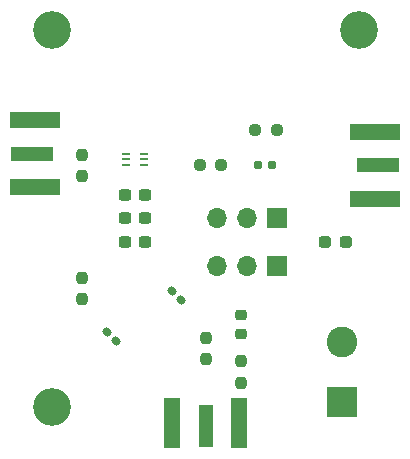
<source format=gbr>
%TF.GenerationSoftware,KiCad,Pcbnew,8.0.2*%
%TF.CreationDate,2025-01-11T01:27:02-03:00*%
%TF.ProjectId,LMH34400,4c4d4833-3434-4303-902e-6b696361645f,rev?*%
%TF.SameCoordinates,Original*%
%TF.FileFunction,Soldermask,Top*%
%TF.FilePolarity,Negative*%
%FSLAX46Y46*%
G04 Gerber Fmt 4.6, Leading zero omitted, Abs format (unit mm)*
G04 Created by KiCad (PCBNEW 8.0.2) date 2025-01-11 01:27:02*
%MOMM*%
%LPD*%
G01*
G04 APERTURE LIST*
G04 Aperture macros list*
%AMRoundRect*
0 Rectangle with rounded corners*
0 $1 Rounding radius*
0 $2 $3 $4 $5 $6 $7 $8 $9 X,Y pos of 4 corners*
0 Add a 4 corners polygon primitive as box body*
4,1,4,$2,$3,$4,$5,$6,$7,$8,$9,$2,$3,0*
0 Add four circle primitives for the rounded corners*
1,1,$1+$1,$2,$3*
1,1,$1+$1,$4,$5*
1,1,$1+$1,$6,$7*
1,1,$1+$1,$8,$9*
0 Add four rect primitives between the rounded corners*
20,1,$1+$1,$2,$3,$4,$5,0*
20,1,$1+$1,$4,$5,$6,$7,0*
20,1,$1+$1,$6,$7,$8,$9,0*
20,1,$1+$1,$8,$9,$2,$3,0*%
G04 Aperture macros list end*
%ADD10RoundRect,0.237500X0.237500X-0.250000X0.237500X0.250000X-0.237500X0.250000X-0.237500X-0.250000X0*%
%ADD11R,2.600000X2.600000*%
%ADD12C,2.600000*%
%ADD13RoundRect,0.237500X0.287500X0.237500X-0.287500X0.237500X-0.287500X-0.237500X0.287500X-0.237500X0*%
%ADD14R,1.700000X1.700000*%
%ADD15O,1.700000X1.700000*%
%ADD16C,3.200000*%
%ADD17R,0.706399X0.229400*%
%ADD18RoundRect,0.237500X-0.250000X-0.237500X0.250000X-0.237500X0.250000X0.237500X-0.250000X0.237500X0*%
%ADD19RoundRect,0.155000X0.259862X-0.040659X-0.040659X0.259862X-0.259862X0.040659X0.040659X-0.259862X0*%
%ADD20RoundRect,0.237500X-0.300000X-0.237500X0.300000X-0.237500X0.300000X0.237500X-0.300000X0.237500X0*%
%ADD21RoundRect,0.218750X0.256250X-0.218750X0.256250X0.218750X-0.256250X0.218750X-0.256250X-0.218750X0*%
%ADD22R,3.600000X1.270000*%
%ADD23R,4.200000X1.350000*%
%ADD24RoundRect,0.155000X-0.212500X-0.155000X0.212500X-0.155000X0.212500X0.155000X-0.212500X0.155000X0*%
%ADD25R,1.270000X3.600000*%
%ADD26R,1.350000X4.200000*%
%ADD27RoundRect,0.237500X-0.237500X0.250000X-0.237500X-0.250000X0.237500X-0.250000X0.237500X0.250000X0*%
G04 APERTURE END LIST*
D10*
%TO.C,JP1*%
X113500000Y-69412500D03*
X113500000Y-67587500D03*
%TD*%
D11*
%TO.C,J3*%
X135500000Y-88500000D03*
D12*
X135500000Y-83500000D03*
%TD*%
D10*
%TO.C,R1*%
X124000000Y-84912500D03*
X124000000Y-83087500D03*
%TD*%
D13*
%TO.C,L1*%
X135875000Y-75000000D03*
X134125000Y-75000000D03*
%TD*%
D14*
%TO.C,J5*%
X130000000Y-73000000D03*
D15*
X127460000Y-73000000D03*
X124920000Y-73000000D03*
%TD*%
D16*
%TO.C,H2*%
X137000000Y-57000000D03*
%TD*%
D17*
%TO.C,U1*%
X117202300Y-67500001D03*
X117202300Y-68000000D03*
X117202300Y-68499999D03*
X118797700Y-68499999D03*
X118797700Y-68000000D03*
X118797700Y-67500001D03*
%TD*%
D14*
%TO.C,J4*%
X130000000Y-77000000D03*
D15*
X127460000Y-77000000D03*
X124920000Y-77000000D03*
%TD*%
D18*
%TO.C,R4*%
X123487500Y-68500000D03*
X125312500Y-68500000D03*
%TD*%
D19*
%TO.C,C1*%
X121901283Y-79901283D03*
X121098717Y-79098717D03*
%TD*%
D20*
%TO.C,C4*%
X117137500Y-73000000D03*
X118862500Y-73000000D03*
%TD*%
%TO.C,C3*%
X117137500Y-75000000D03*
X118862500Y-75000000D03*
%TD*%
D18*
%TO.C,R5*%
X128175000Y-65500000D03*
X130000000Y-65500000D03*
%TD*%
D16*
%TO.C,H1*%
X111000000Y-57000000D03*
%TD*%
D21*
%TO.C,D1*%
X127000000Y-82787500D03*
X127000000Y-81212500D03*
%TD*%
D22*
%TO.C,J2*%
X109300000Y-67500000D03*
D23*
X109500000Y-64675000D03*
X109500000Y-70325000D03*
%TD*%
D24*
%TO.C,C6*%
X128432500Y-68500000D03*
X129567500Y-68500000D03*
%TD*%
D22*
%TO.C,J6*%
X138537500Y-68500000D03*
D23*
X138337500Y-71325000D03*
X138337500Y-65675000D03*
%TD*%
D20*
%TO.C,C5*%
X117137500Y-71000000D03*
X118862500Y-71000000D03*
%TD*%
D19*
%TO.C,C2*%
X116401283Y-83401283D03*
X115598717Y-82598717D03*
%TD*%
D10*
%TO.C,R2*%
X113500000Y-79825000D03*
X113500000Y-78000000D03*
%TD*%
D16*
%TO.C,H3*%
X111000000Y-89000000D03*
%TD*%
D25*
%TO.C,J1*%
X124000000Y-90537500D03*
D26*
X121175000Y-90337500D03*
X126825000Y-90337500D03*
%TD*%
D27*
%TO.C,R3*%
X127000000Y-85087500D03*
X127000000Y-86912500D03*
%TD*%
M02*

</source>
